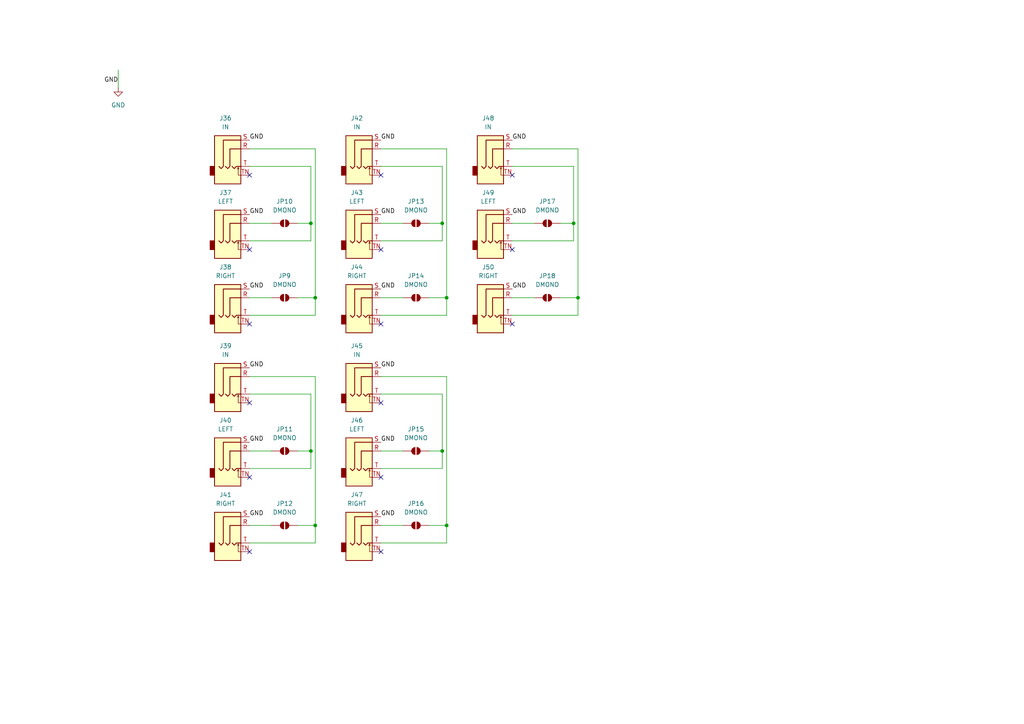
<source format=kicad_sch>
(kicad_sch (version 20231120) (generator "eeschema") (generator_version "8.0")
  (paper "A4")
  (title_block (title "Audio Thing Template") (rev "1.0") (company "velvia-fifty") (comment 1 "https://github.com/velvia-fifty/AudioThings") (comment 2 "You should have changed this already :)") (comment 4 "Stay humble"))
  (lib_symbols
    (symbol "Connector_Audio:AudioJack3_SwitchT"
      (property "Reference" "J" (at 0 8.89 0))
      (property "Value" "AudioJack3_SwitchT" (at 0 6.35 0))
      (symbol "AudioJack3_SwitchT_0_1"
        (rectangle (start -5.08 -5.08) (end -6.35 -7.62) (stroke (width 0.254)) (fill (type outline)))
        (polyline (pts (xy 1.778 -5.334) (xy 2.032 -5.842)))
        (polyline (pts (xy 0 -5.08) (xy 0.635 -5.715) (xy 1.27 -5.08) (xy 2.54 -5.08)) (stroke (width 0.254)))
        (polyline (pts (xy 2.54 -7.62) (xy 1.778 -7.62) (xy 1.778 -5.334) (xy 1.524 -5.842)))
        (polyline (pts (xy -1.905 -5.08) (xy -1.27 -5.715) (xy -0.635 -5.08) (xy -0.635 0) (xy 2.54 0)) (stroke (width 0.254)))
        (polyline (pts (xy 2.54 2.54) (xy -2.54 2.54) (xy -2.54 -5.08) (xy -3.175 -5.715) (xy -3.81 -5.08)) (stroke (width 0.254)))
        (rectangle (start 2.54 3.81) (end -5.08 -10.16) (stroke (width 0.254)) (fill (type background)))
      )
      (symbol "AudioJack3_SwitchT_1_1"
        (pin passive line (at 5.08 0 180) (length 2.54) (name "~") (number "R"))
        (pin passive line (at 5.08 2.54 180) (length 2.54) (name "~") (number "S"))
        (pin passive line (at 5.08 -5.08 180) (length 2.54) (name "~") (number "T"))
        (pin passive line (at 5.08 -7.62 180) (length 2.54) (name "~") (number "TN"))
      )
    )
    (symbol "Jumper:SolderJumper_2_Open" (pin_numbers hide) (pin_names (offset 0) hide) (exclude_from_sim yes) (in_bom no)
      (property "Reference" "JP" (at 0 2.032 0))
      (property "Value" "SolderJumper_2_Open" (at 0 -2.54 0))
      (symbol "SolderJumper_2_Open_0_1"
        (arc (start -0.254 1.016) (mid -1.2656 0) (end -0.254 -1.016))
        (arc (start -0.254 1.016) (mid -1.2656 0) (end -0.254 -1.016) (fill (type outline)))
        (polyline (pts (xy -0.254 1.016) (xy -0.254 -1.016)))
        (polyline (pts (xy 0.254 1.016) (xy 0.254 -1.016)))
        (arc (start 0.254 -1.016) (mid 1.2656 0) (end 0.254 1.016))
        (arc (start 0.254 -1.016) (mid 1.2656 0) (end 0.254 1.016) (fill (type outline)))
      )
      (symbol "SolderJumper_2_Open_1_1"
        (pin passive line (at -3.81 0 0) (length 2.54) (name "A") (number "1"))
        (pin passive line (at 3.81 0 180) (length 2.54) (name "B") (number "2"))
      )
    )
    (symbol "power:GND" (power) (pin_numbers hide) (pin_names (offset 0) hide)
      (property "Value" "GND" (at 0 -3.81 0))
      (symbol "GND_0_1"
        (polyline (pts (xy 0 0) (xy 0 -1.27) (xy 1.27 -1.27) (xy 0 -2.54) (xy -1.27 -1.27) (xy 0 -1.27)))
      )
      (symbol "GND_1_1"
        (pin power_in line (at 0 0 270) (length 0) (name "~") (number "1"))
      )
    )
  )
  (junction (at 129.54 86.36))
  (junction (at 167.64 86.36))
  (junction (at 91.44 86.36))
  (junction (at 128.27 64.77))
  (junction (at 128.27 130.81))
  (junction (at 129.54 152.4))
  (junction (at 91.44 152.4))
  (junction (at 90.17 130.81))
  (junction (at 90.17 64.77))
  (junction (at 166.37 64.77))
  (no_connect (at 72.39 138.43))
  (no_connect (at 110.49 50.8))
  (no_connect (at 110.49 72.39))
  (no_connect (at 72.39 93.98))
  (no_connect (at 110.49 160.02))
  (no_connect (at 72.39 50.8))
  (no_connect (at 72.39 160.02))
  (no_connect (at 110.49 116.84))
  (no_connect (at 148.59 72.39))
  (no_connect (at 72.39 72.39))
  (no_connect (at 72.39 116.84))
  (no_connect (at 110.49 138.43))
  (no_connect (at 148.59 93.98))
  (no_connect (at 148.59 50.8))
  (no_connect (at 110.49 93.98))
  (wire (pts (xy 72.39 114.3) (xy 90.17 114.3)))
  (wire (pts (xy 110.49 43.18) (xy 129.54 43.18)))
  (wire (pts (xy 72.39 135.89) (xy 90.17 135.89)))
  (wire (pts (xy 91.44 43.18) (xy 91.44 86.36)))
  (wire (pts (xy 110.49 86.36) (xy 116.84 86.36)))
  (wire (pts (xy 34.29 20.32) (xy 34.29 25.4)))
  (wire (pts (xy 129.54 43.18) (xy 129.54 86.36)))
  (wire (pts (xy 148.59 86.36) (xy 154.94 86.36)))
  (wire (pts (xy 91.44 109.22) (xy 91.44 152.4)))
  (wire (pts (xy 90.17 114.3) (xy 90.17 130.81)))
  (wire (pts (xy 72.39 43.18) (xy 91.44 43.18)))
  (wire (pts (xy 110.49 114.3) (xy 128.27 114.3)))
  (wire (pts (xy 148.59 64.77) (xy 154.94 64.77)))
  (wire (pts (xy 148.59 69.85) (xy 166.37 69.85)))
  (wire (pts (xy 166.37 64.77) (xy 162.56 64.77)))
  (wire (pts (xy 128.27 64.77) (xy 128.27 69.85)))
  (wire (pts (xy 110.49 91.44) (xy 129.54 91.44)))
  (wire (pts (xy 110.49 157.48) (xy 129.54 157.48)))
  (wire (pts (xy 129.54 157.48) (xy 129.54 152.4)))
  (wire (pts (xy 72.39 69.85) (xy 90.17 69.85)))
  (wire (pts (xy 110.49 152.4) (xy 116.84 152.4)))
  (wire (pts (xy 72.39 91.44) (xy 91.44 91.44)))
  (wire (pts (xy 91.44 91.44) (xy 91.44 86.36)))
  (wire (pts (xy 72.39 109.22) (xy 91.44 109.22)))
  (wire (pts (xy 72.39 152.4) (xy 78.74 152.4)))
  (wire (pts (xy 86.36 86.36) (xy 91.44 86.36)))
  (wire (pts (xy 86.36 152.4) (xy 91.44 152.4)))
  (wire (pts (xy 148.59 91.44) (xy 167.64 91.44)))
  (wire (pts (xy 167.64 43.18) (xy 167.64 86.36)))
  (wire (pts (xy 90.17 48.26) (xy 90.17 64.77)))
  (wire (pts (xy 91.44 157.48) (xy 91.44 152.4)))
  (wire (pts (xy 72.39 86.36) (xy 78.74 86.36)))
  (wire (pts (xy 166.37 48.26) (xy 166.37 64.77)))
  (wire (pts (xy 128.27 130.81) (xy 124.46 130.81)))
  (wire (pts (xy 72.39 130.81) (xy 78.74 130.81)))
  (wire (pts (xy 129.54 109.22) (xy 129.54 152.4)))
  (wire (pts (xy 167.64 91.44) (xy 167.64 86.36)))
  (wire (pts (xy 148.59 48.26) (xy 166.37 48.26)))
  (wire (pts (xy 90.17 130.81) (xy 90.17 135.89)))
  (wire (pts (xy 72.39 48.26) (xy 90.17 48.26)))
  (wire (pts (xy 128.27 130.81) (xy 128.27 135.89)))
  (wire (pts (xy 90.17 64.77) (xy 90.17 69.85)))
  (wire (pts (xy 110.49 64.77) (xy 116.84 64.77)))
  (wire (pts (xy 110.49 135.89) (xy 128.27 135.89)))
  (wire (pts (xy 90.17 130.81) (xy 86.36 130.81)))
  (wire (pts (xy 128.27 114.3) (xy 128.27 130.81)))
  (wire (pts (xy 166.37 64.77) (xy 166.37 69.85)))
  (wire (pts (xy 124.46 86.36) (xy 129.54 86.36)))
  (wire (pts (xy 72.39 64.77) (xy 78.74 64.77)))
  (wire (pts (xy 72.39 157.48) (xy 91.44 157.48)))
  (wire (pts (xy 110.49 69.85) (xy 128.27 69.85)))
  (wire (pts (xy 128.27 48.26) (xy 128.27 64.77)))
  (wire (pts (xy 90.17 64.77) (xy 86.36 64.77)))
  (wire (pts (xy 148.59 43.18) (xy 167.64 43.18)))
  (wire (pts (xy 129.54 91.44) (xy 129.54 86.36)))
  (wire (pts (xy 110.49 130.81) (xy 116.84 130.81)))
  (wire (pts (xy 162.56 86.36) (xy 167.64 86.36)))
  (wire (pts (xy 124.46 152.4) (xy 129.54 152.4)))
  (wire (pts (xy 110.49 109.22) (xy 129.54 109.22)))
  (wire (pts (xy 128.27 64.77) (xy 124.46 64.77)))
  (wire (pts (xy 110.49 48.26) (xy 128.27 48.26)))
  (label "GND" (at 72.39 106.68 0))
  (label "GND" (at 72.39 62.23 0))
  (label "GND" (at 110.49 128.27 0))
  (label "GND" (at 72.39 40.64 0))
  (label "GND" (at 72.39 83.82 0))
  (label "GND" (at 148.59 83.82 0))
  (label "GND" (at 110.49 149.86 0))
  (label "GND" (at 110.49 83.82 0))
  (label "GND" (at 72.39 149.86 0))
  (label "GND" (at 72.39 128.27 0))
  (label "GND" (at 148.59 40.64 0))
  (label "GND" (at 110.49 40.64 0))
  (label "GND" (at 110.49 106.68 0))
  (label "GND" (at 110.49 62.23 0))
  (label "GND" (at 34.29 24.13 180))
  (label "GND" (at 148.59 62.23 0))
  (symbol (lib_id "Jumper:SolderJumper_2_Open") (at 82.55 130.81 180) (unit 1) (exclude_from_sim yes) (in_bom no)
    (property "Reference" "JP11" (at 82.55 124.46 0))
    (property "Value" "DMONO" (at 82.55 127 0))
    (property "Footprint" "Jumper:SolderJumper-2_P1.3mm_Open_RoundedPad1.0x1.5mm" (effects (hide yes)))
    (property "Description" "Solder Jumper, 2-pole, open" (effects (hide yes)))
  )
  (symbol (lib_id "power:GND") (at 34.29 25.4 0) (unit 1)
    (property "Reference" "#PWR02" (effects (hide yes)))
    (property "Value" "GND" (at 34.29 30.48 0))
    (property "Description" "Power symbol creates a global label with name \"GND\" , ground" (effects (hide yes)))
  )
  (symbol (lib_id "Connector_Audio:AudioJack3_SwitchT") (at 67.31 86.36 0) (unit 1)
    (property "Reference" "J38" (at 65.405 77.47 0))
    (property "Value" "RIGHT" (at 65.405 80.01 0))
    (property "Footprint" "AT-Footprints:SJ3-3505" (effects (hide yes)))
    (property "Description" "Audio Jack, 3 Poles (Stereo / TRS), Switched T Pole (Normalling)" (effects (hide yes)))
  )
  (symbol (lib_id "Jumper:SolderJumper_2_Open") (at 82.55 64.77 180) (unit 1) (exclude_from_sim yes) (in_bom no)
    (property "Reference" "JP10" (at 82.55 58.42 0))
    (property "Value" "DMONO" (at 82.55 60.96 0))
    (property "Footprint" "Jumper:SolderJumper-2_P1.3mm_Open_RoundedPad1.0x1.5mm" (effects (hide yes)))
    (property "Description" "Solder Jumper, 2-pole, open" (effects (hide yes)))
  )
  (symbol (lib_id "Jumper:SolderJumper_2_Open") (at 120.65 152.4 180) (unit 1) (exclude_from_sim yes) (in_bom no)
    (property "Reference" "JP16" (at 120.65 146.05 0))
    (property "Value" "DMONO" (at 120.65 148.59 0))
    (property "Footprint" "Jumper:SolderJumper-2_P1.3mm_Open_RoundedPad1.0x1.5mm" (effects (hide yes)))
    (property "Description" "Solder Jumper, 2-pole, open" (effects (hide yes)))
  )
  (symbol (lib_id "Jumper:SolderJumper_2_Open") (at 82.55 86.36 180) (unit 1) (exclude_from_sim yes) (in_bom no)
    (property "Reference" "JP9" (at 82.55 80.01 0))
    (property "Value" "DMONO" (at 82.55 82.55 0))
    (property "Footprint" "Jumper:SolderJumper-2_P1.3mm_Open_RoundedPad1.0x1.5mm" (effects (hide yes)))
    (property "Description" "Solder Jumper, 2-pole, open" (effects (hide yes)))
  )
  (symbol (lib_id "Jumper:SolderJumper_2_Open") (at 120.65 130.81 180) (unit 1) (exclude_from_sim yes) (in_bom no)
    (property "Reference" "JP15" (at 120.65 124.46 0))
    (property "Value" "DMONO" (at 120.65 127 0))
    (property "Footprint" "Jumper:SolderJumper-2_P1.3mm_Open_RoundedPad1.0x1.5mm" (effects (hide yes)))
    (property "Description" "Solder Jumper, 2-pole, open" (effects (hide yes)))
  )
  (symbol (lib_id "Jumper:SolderJumper_2_Open") (at 82.55 152.4 180) (unit 1) (exclude_from_sim yes) (in_bom no)
    (property "Reference" "JP12" (at 82.55 146.05 0))
    (property "Value" "DMONO" (at 82.55 148.59 0))
    (property "Footprint" "Jumper:SolderJumper-2_P1.3mm_Open_RoundedPad1.0x1.5mm" (effects (hide yes)))
    (property "Description" "Solder Jumper, 2-pole, open" (effects (hide yes)))
  )
  (symbol (lib_id "Jumper:SolderJumper_2_Open") (at 120.65 86.36 180) (unit 1) (exclude_from_sim yes) (in_bom no)
    (property "Reference" "JP14" (at 120.65 80.01 0))
    (property "Value" "DMONO" (at 120.65 82.55 0))
    (property "Footprint" "Jumper:SolderJumper-2_P1.3mm_Open_RoundedPad1.0x1.5mm" (effects (hide yes)))
    (property "Description" "Solder Jumper, 2-pole, open" (effects (hide yes)))
  )
  (symbol (lib_id "Connector_Audio:AudioJack3_SwitchT") (at 105.41 64.77 0) (unit 1)
    (property "Reference" "J43" (at 103.505 55.88 0))
    (property "Value" "LEFT" (at 103.505 58.42 0))
    (property "Footprint" "AT-Footprints:SJ3-3505" (effects (hide yes)))
    (property "Description" "Audio Jack, 3 Poles (Stereo / TRS), Switched T Pole (Normalling)" (effects (hide yes)))
  )
  (symbol (lib_id "Connector_Audio:AudioJack3_SwitchT") (at 143.51 86.36 0) (unit 1)
    (property "Reference" "J50" (at 141.605 77.47 0))
    (property "Value" "RIGHT" (at 141.605 80.01 0))
    (property "Footprint" "AT-Footprints:SJ3-3505" (effects (hide yes)))
    (property "Description" "Audio Jack, 3 Poles (Stereo / TRS), Switched T Pole (Normalling)" (effects (hide yes)))
  )
  (symbol (lib_id "Jumper:SolderJumper_2_Open") (at 158.75 64.77 180) (unit 1) (exclude_from_sim yes) (in_bom no)
    (property "Reference" "JP17" (at 158.75 58.42 0))
    (property "Value" "DMONO" (at 158.75 60.96 0))
    (property "Footprint" "Jumper:SolderJumper-2_P1.3mm_Open_RoundedPad1.0x1.5mm" (effects (hide yes)))
    (property "Description" "Solder Jumper, 2-pole, open" (effects (hide yes)))
  )
  (symbol (lib_id "Connector_Audio:AudioJack3_SwitchT") (at 143.51 43.18 0) (unit 1)
    (property "Reference" "J48" (at 141.605 34.29 0))
    (property "Value" "IN" (at 141.605 36.83 0))
    (property "Footprint" "AT-Footprints:SJ3-3505" (effects (hide yes)))
    (property "Description" "Audio Jack, 3 Poles (Stereo / TRS), Switched T Pole (Normalling)" (effects (hide yes)))
  )
  (symbol (lib_id "Connector_Audio:AudioJack3_SwitchT") (at 105.41 86.36 0) (unit 1)
    (property "Reference" "J44" (at 103.505 77.47 0))
    (property "Value" "RIGHT" (at 103.505 80.01 0))
    (property "Footprint" "AT-Footprints:SJ3-3505" (effects (hide yes)))
    (property "Description" "Audio Jack, 3 Poles (Stereo / TRS), Switched T Pole (Normalling)" (effects (hide yes)))
  )
  (symbol (lib_id "Connector_Audio:AudioJack3_SwitchT") (at 143.51 64.77 0) (unit 1)
    (property "Reference" "J49" (at 141.605 55.88 0))
    (property "Value" "LEFT" (at 141.605 58.42 0))
    (property "Footprint" "AT-Footprints:SJ3-3505" (effects (hide yes)))
    (property "Description" "Audio Jack, 3 Poles (Stereo / TRS), Switched T Pole (Normalling)" (effects (hide yes)))
  )
  (symbol (lib_id "Connector_Audio:AudioJack3_SwitchT") (at 105.41 43.18 0) (unit 1)
    (property "Reference" "J42" (at 103.505 34.29 0))
    (property "Value" "IN" (at 103.505 36.83 0))
    (property "Footprint" "AT-Footprints:SJ3-3505" (effects (hide yes)))
    (property "Description" "Audio Jack, 3 Poles (Stereo / TRS), Switched T Pole (Normalling)" (effects (hide yes)))
  )
  (symbol (lib_id "Jumper:SolderJumper_2_Open") (at 120.65 64.77 180) (unit 1) (exclude_from_sim yes) (in_bom no)
    (property "Reference" "JP13" (at 120.65 58.42 0))
    (property "Value" "DMONO" (at 120.65 60.96 0))
    (property "Footprint" "Jumper:SolderJumper-2_P1.3mm_Open_RoundedPad1.0x1.5mm" (effects (hide yes)))
    (property "Description" "Solder Jumper, 2-pole, open" (effects (hide yes)))
  )
  (symbol (lib_id "Connector_Audio:AudioJack3_SwitchT") (at 105.41 152.4 0) (unit 1)
    (property "Reference" "J47" (at 103.505 143.51 0))
    (property "Value" "RIGHT" (at 103.505 146.05 0))
    (property "Footprint" "AT-Footprints:SJ3-3505" (effects (hide yes)))
    (property "Description" "Audio Jack, 3 Poles (Stereo / TRS), Switched T Pole (Normalling)" (effects (hide yes)))
  )
  (symbol (lib_id "Connector_Audio:AudioJack3_SwitchT") (at 105.41 130.81 0) (unit 1)
    (property "Reference" "J46" (at 103.505 121.92 0))
    (property "Value" "LEFT" (at 103.505 124.46 0))
    (property "Footprint" "AT-Footprints:SJ3-3505" (effects (hide yes)))
    (property "Description" "Audio Jack, 3 Poles (Stereo / TRS), Switched T Pole (Normalling)" (effects (hide yes)))
  )
  (symbol (lib_id "Connector_Audio:AudioJack3_SwitchT") (at 67.31 64.77 0) (unit 1)
    (property "Reference" "J37" (at 65.405 55.88 0))
    (property "Value" "LEFT" (at 65.405 58.42 0))
    (property "Footprint" "AT-Footprints:SJ3-3505" (effects (hide yes)))
    (property "Description" "Audio Jack, 3 Poles (Stereo / TRS), Switched T Pole (Normalling)" (effects (hide yes)))
  )
  (symbol (lib_id "Connector_Audio:AudioJack3_SwitchT") (at 67.31 130.81 0) (unit 1)
    (property "Reference" "J40" (at 65.405 121.92 0))
    (property "Value" "LEFT" (at 65.405 124.46 0))
    (property "Footprint" "AT-Footprints:SJ3-3505" (effects (hide yes)))
    (property "Description" "Audio Jack, 3 Poles (Stereo / TRS), Switched T Pole (Normalling)" (effects (hide yes)))
  )
  (symbol (lib_id "Jumper:SolderJumper_2_Open") (at 158.75 86.36 180) (unit 1) (exclude_from_sim yes) (in_bom no)
    (property "Reference" "JP18" (at 158.75 80.01 0))
    (property "Value" "DMONO" (at 158.75 82.55 0))
    (property "Footprint" "Jumper:SolderJumper-2_P1.3mm_Open_RoundedPad1.0x1.5mm" (effects (hide yes)))
    (property "Description" "Solder Jumper, 2-pole, open" (effects (hide yes)))
  )
  (symbol (lib_id "Connector_Audio:AudioJack3_SwitchT") (at 105.41 109.22 0) (unit 1)
    (property "Reference" "J45" (at 103.505 100.33 0))
    (property "Value" "IN" (at 103.505 102.87 0))
    (property "Footprint" "AT-Footprints:SJ3-3505" (effects (hide yes)))
    (property "Description" "Audio Jack, 3 Poles (Stereo / TRS), Switched T Pole (Normalling)" (effects (hide yes)))
  )
  (symbol (lib_id "Connector_Audio:AudioJack3_SwitchT") (at 67.31 152.4 0) (unit 1)
    (property "Reference" "J41" (at 65.405 143.51 0))
    (property "Value" "RIGHT" (at 65.405 146.05 0))
    (property "Footprint" "AT-Footprints:SJ3-3505" (effects (hide yes)))
    (property "Description" "Audio Jack, 3 Poles (Stereo / TRS), Switched T Pole (Normalling)" (effects (hide yes)))
  )
  (symbol (lib_id "Connector_Audio:AudioJack3_SwitchT") (at 67.31 109.22 0) (unit 1)
    (property "Reference" "J39" (at 65.405 100.33 0))
    (property "Value" "IN" (at 65.405 102.87 0))
    (property "Footprint" "AT-Footprints:SJ3-3505" (effects (hide yes)))
    (property "Description" "Audio Jack, 3 Poles (Stereo / TRS), Switched T Pole (Normalling)" (effects (hide yes)))
  )
  (symbol (lib_id "Connector_Audio:AudioJack3_SwitchT") (at 67.31 43.18 0) (unit 1)
    (property "Reference" "J36" (at 65.405 34.29 0))
    (property "Value" "IN" (at 65.405 36.83 0))
    (property "Footprint" "AT-Footprints:SJ3-3505" (effects (hide yes)))
    (property "Description" "Audio Jack, 3 Poles (Stereo / TRS), Switched T Pole (Normalling)" (effects (hide yes)))
  )
)
</source>
